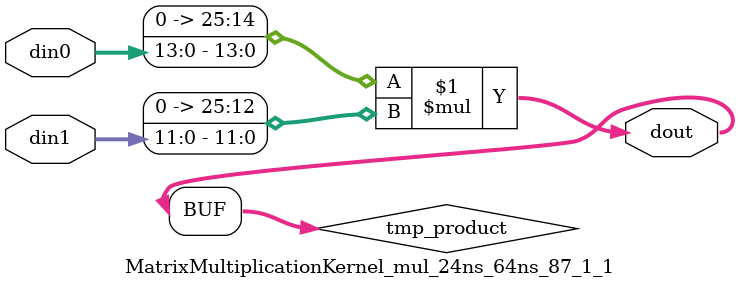
<source format=v>

`timescale 1 ns / 1 ps

 module MatrixMultiplicationKernel_mul_24ns_64ns_87_1_1(din0, din1, dout);
parameter ID = 1;
parameter NUM_STAGE = 0;
parameter din0_WIDTH = 14;
parameter din1_WIDTH = 12;
parameter dout_WIDTH = 26;

input [din0_WIDTH - 1 : 0] din0; 
input [din1_WIDTH - 1 : 0] din1; 
output [dout_WIDTH - 1 : 0] dout;

wire signed [dout_WIDTH - 1 : 0] tmp_product;
























assign tmp_product = $signed({1'b0, din0}) * $signed({1'b0, din1});











assign dout = tmp_product;





















endmodule

</source>
